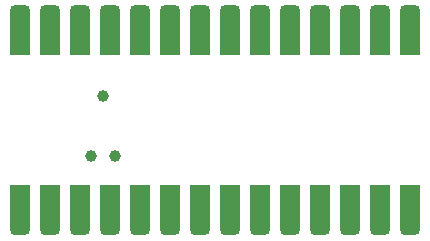
<source format=gbr>
%TF.GenerationSoftware,KiCad,Pcbnew,7.0.7*%
%TF.CreationDate,2024-01-12T14:51:30-08:00*%
%TF.ProjectId,Waffle_Mini_v0,57616666-6c65-45f4-9d69-6e695f76302e,rev?*%
%TF.SameCoordinates,Original*%
%TF.FileFunction,Soldermask,Bot*%
%TF.FilePolarity,Negative*%
%FSLAX46Y46*%
G04 Gerber Fmt 4.6, Leading zero omitted, Abs format (unit mm)*
G04 Created by KiCad (PCBNEW 7.0.7) date 2024-01-12 14:51:30*
%MOMM*%
%LPD*%
G01*
G04 APERTURE LIST*
G04 Aperture macros list*
%AMRoundRect*
0 Rectangle with rounded corners*
0 $1 Rounding radius*
0 $2 $3 $4 $5 $6 $7 $8 $9 X,Y pos of 4 corners*
0 Add a 4 corners polygon primitive as box body*
4,1,4,$2,$3,$4,$5,$6,$7,$8,$9,$2,$3,0*
0 Add four circle primitives for the rounded corners*
1,1,$1+$1,$2,$3*
1,1,$1+$1,$4,$5*
1,1,$1+$1,$6,$7*
1,1,$1+$1,$8,$9*
0 Add four rect primitives between the rounded corners*
20,1,$1+$1,$2,$3,$4,$5,0*
20,1,$1+$1,$4,$5,$6,$7,0*
20,1,$1+$1,$6,$7,$8,$9,0*
20,1,$1+$1,$8,$9,$2,$3,0*%
%AMFreePoly0*
4,1,19,0.850000,-2.000000,0.845017,-2.091901,0.805505,-2.271406,0.728329,-2.438221,0.617096,-2.584545,0.477009,-2.703536,0.314617,-2.789630,0.137515,-2.838803,-0.046018,-2.848753,-0.227399,-2.819017,-0.398147,-2.750985,-0.550278,-2.647838,-0.676679,-2.514398,-0.771439,-2.356906,-0.830127,-2.182725,-0.850000,-2.000000,-0.850000,0.850000,0.850000,0.850000,0.850000,-2.000000,0.850000,-2.000000,
$1*%
G04 Aperture macros list end*
%ADD10FreePoly0,0.000000*%
%ADD11RoundRect,0.425000X-0.425000X-0.425000X0.425000X-0.425000X0.425000X0.425000X-0.425000X0.425000X0*%
%ADD12FreePoly0,180.000000*%
%ADD13RoundRect,0.425000X0.425000X0.425000X-0.425000X0.425000X-0.425000X-0.425000X0.425000X-0.425000X0*%
%ADD14C,0.990600*%
G04 APERTURE END LIST*
D10*
%TO.C,J15*%
X152400000Y-101600000D03*
D11*
X152400000Y-104140000D03*
%TD*%
D12*
%TO.C,J7*%
X144780000Y-88900000D03*
D13*
X144780000Y-86360000D03*
%TD*%
D10*
%TO.C,J25*%
X134620000Y-101600000D03*
D11*
X134620000Y-104140000D03*
%TD*%
D12*
%TO.C,J21*%
X165100000Y-88900000D03*
D13*
X165100000Y-86360000D03*
%TD*%
D12*
%TO.C,J9*%
X139700000Y-88900000D03*
D13*
X139700000Y-86360000D03*
%TD*%
D10*
%TO.C,J18*%
X160020000Y-101600000D03*
D11*
X160020000Y-104140000D03*
%TD*%
D12*
%TO.C,J23*%
X160020000Y-88900000D03*
D13*
X160020000Y-86360000D03*
%TD*%
D10*
%TO.C,J12*%
X144780000Y-101600000D03*
D11*
X144780000Y-104140000D03*
%TD*%
D10*
%TO.C,J27*%
X137160000Y-101600000D03*
D11*
X137160000Y-104140000D03*
%TD*%
D12*
%TO.C,J4*%
X152400000Y-88900000D03*
D13*
X152400000Y-86360000D03*
%TD*%
D12*
%TO.C,J29*%
X167640000Y-88900000D03*
D13*
X167640000Y-86360000D03*
%TD*%
D12*
%TO.C,J6*%
X147320000Y-88900000D03*
D13*
X147320000Y-86360000D03*
%TD*%
D12*
%TO.C,J22*%
X162560000Y-88900000D03*
D13*
X162560000Y-86360000D03*
%TD*%
D12*
%TO.C,J26*%
X137160000Y-88900000D03*
D13*
X137160000Y-86360000D03*
%TD*%
D12*
%TO.C,J8*%
X142240000Y-88900000D03*
D13*
X142240000Y-86360000D03*
%TD*%
D12*
%TO.C,J2*%
X157480000Y-88900000D03*
D13*
X157480000Y-86360000D03*
%TD*%
D10*
%TO.C,J13*%
X147320000Y-101600000D03*
D11*
X147320000Y-104140000D03*
%TD*%
D12*
%TO.C,J24*%
X134620000Y-88900000D03*
D13*
X134620000Y-86360000D03*
%TD*%
D14*
%TO.C,J1*%
X141605000Y-93160000D03*
X142621000Y-98240000D03*
X140589000Y-98240000D03*
%TD*%
D10*
%TO.C,J11*%
X142240000Y-101600000D03*
D11*
X142240000Y-104140000D03*
%TD*%
D10*
%TO.C,J28*%
X167640000Y-101600000D03*
D11*
X167640000Y-104140000D03*
%TD*%
D10*
%TO.C,J14*%
X149860000Y-101600000D03*
D11*
X149860000Y-104140000D03*
%TD*%
D12*
%TO.C,J5*%
X149860000Y-88900000D03*
D13*
X149860000Y-86360000D03*
%TD*%
D12*
%TO.C,J3*%
X154940000Y-88900000D03*
D13*
X154940000Y-86360000D03*
%TD*%
D10*
%TO.C,J16*%
X154940000Y-101600000D03*
D11*
X154940000Y-104140000D03*
%TD*%
D10*
%TO.C,J20*%
X165100000Y-101600000D03*
D11*
X165100000Y-104140000D03*
%TD*%
D10*
%TO.C,J17*%
X157480000Y-101600000D03*
D11*
X157480000Y-104140000D03*
%TD*%
D10*
%TO.C,J19*%
X162560000Y-101600000D03*
D11*
X162560000Y-104140000D03*
%TD*%
D10*
%TO.C,J10*%
X139700000Y-101600000D03*
D11*
X139700000Y-104140000D03*
%TD*%
M02*

</source>
